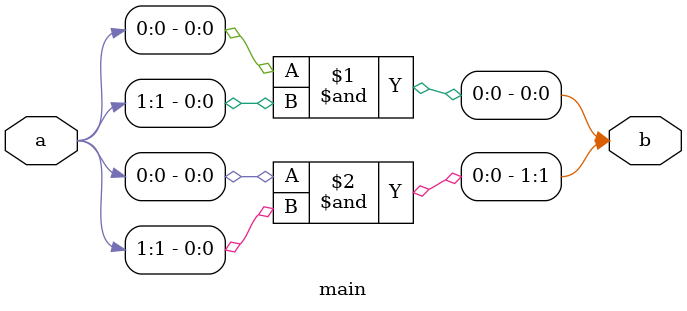
<source format=v>
module main(input wire [1:0] a, output wire [1:0] b);
   assign b = {a[0] & a[1], a[0] & a[1]};
endmodule // main

</source>
